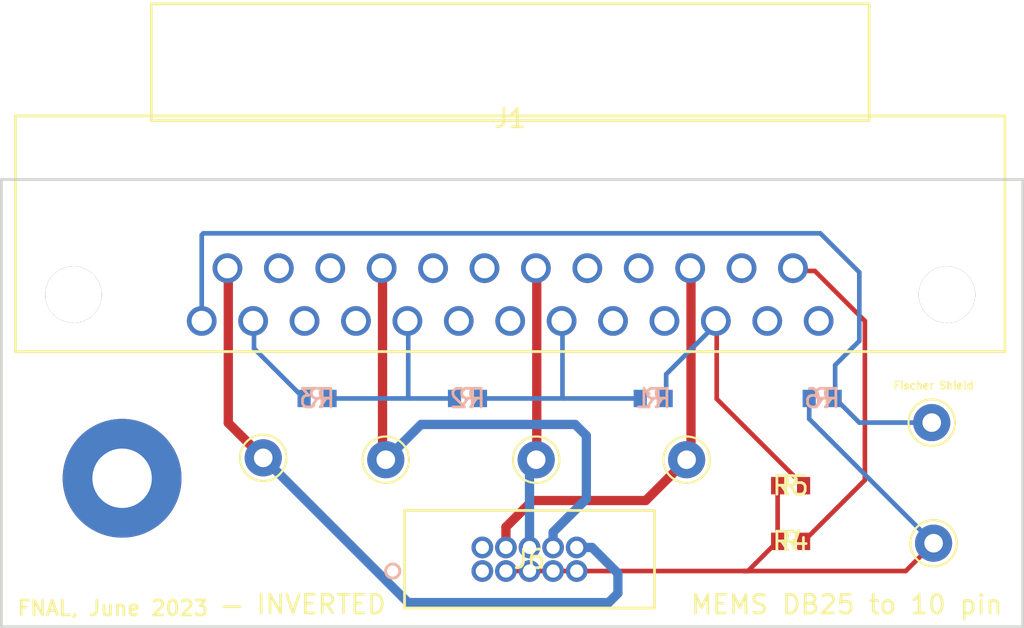
<source format=kicad_pcb>
(kicad_pcb (version 20171130) (host pcbnew "(5.1.10-1-10_14)")

  (general
    (thickness 1.6)
    (drawings 7)
    (tracks 64)
    (zones 0)
    (modules 15)
    (nets 12)
  )

  (page A4)
  (layers
    (0 F.Cu signal)
    (31 B.Cu signal)
    (32 B.Adhes user)
    (33 F.Adhes user)
    (34 B.Paste user)
    (35 F.Paste user)
    (36 B.SilkS user)
    (37 F.SilkS user)
    (38 B.Mask user)
    (39 F.Mask user)
    (40 Dwgs.User user)
    (41 Cmts.User user hide)
    (42 Eco1.User user)
    (43 Eco2.User user)
    (44 Edge.Cuts user)
    (45 Margin user)
    (46 B.CrtYd user)
    (47 F.CrtYd user)
    (48 B.Fab user)
    (49 F.Fab user)
  )

  (setup
    (last_trace_width 0.25)
    (trace_clearance 0.2)
    (zone_clearance 0.508)
    (zone_45_only no)
    (trace_min 0.2)
    (via_size 0.8)
    (via_drill 0.4)
    (via_min_size 0.4)
    (via_min_drill 0.3)
    (uvia_size 0.3)
    (uvia_drill 0.1)
    (uvias_allowed no)
    (uvia_min_size 0.2)
    (uvia_min_drill 0.1)
    (edge_width 0.05)
    (segment_width 0.2)
    (pcb_text_width 0.3)
    (pcb_text_size 1.5 1.5)
    (mod_edge_width 0.12)
    (mod_text_size 1 1)
    (mod_text_width 0.15)
    (pad_size 1.524 1.524)
    (pad_drill 0.762)
    (pad_to_mask_clearance 0)
    (aux_axis_origin 0 0)
    (visible_elements FFFFFF7F)
    (pcbplotparams
      (layerselection 0x010fc_ffffffff)
      (usegerberextensions false)
      (usegerberattributes true)
      (usegerberadvancedattributes true)
      (creategerberjobfile true)
      (excludeedgelayer true)
      (linewidth 0.100000)
      (plotframeref false)
      (viasonmask false)
      (mode 1)
      (useauxorigin false)
      (hpglpennumber 1)
      (hpglpenspeed 20)
      (hpglpendiameter 15.000000)
      (psnegative false)
      (psa4output false)
      (plotreference true)
      (plotvalue true)
      (plotinvisibletext false)
      (padsonsilk false)
      (subtractmaskfromsilk false)
      (outputformat 1)
      (mirror false)
      (drillshape 1)
      (scaleselection 1)
      (outputdirectory ""))
  )

  (net 0 "")
  (net 1 "Net-(J1-Pad14)")
  (net 2 "Net-(J1-Pad25)")
  (net 3 "Net-(J1-Pad23)")
  (net 4 "Net-(J1-Pad20)")
  (net 5 "Net-(J1-Pad17)")
  (net 6 "Net-(J1-Pad11)")
  (net 7 "Net-(J1-Pad8)")
  (net 8 "Net-(J1-Pad5)")
  (net 9 "Net-(J1-Pad2)")
  (net 10 "Net-(J1-Pad1)")
  (net 11 "Net-(J6-Pad3)")

  (net_class Default "This is the default net class."
    (clearance 0.2)
    (trace_width 0.25)
    (via_dia 0.8)
    (via_drill 0.4)
    (uvia_dia 0.3)
    (uvia_drill 0.1)
    (add_net "Net-(J1-Pad1)")
    (add_net "Net-(J1-Pad11)")
    (add_net "Net-(J1-Pad14)")
    (add_net "Net-(J1-Pad17)")
    (add_net "Net-(J1-Pad2)")
    (add_net "Net-(J1-Pad20)")
    (add_net "Net-(J1-Pad23)")
    (add_net "Net-(J1-Pad25)")
    (add_net "Net-(J1-Pad5)")
    (add_net "Net-(J1-Pad8)")
    (add_net "Net-(J6-Pad3)")
  )

  (module digikey_resistor_RMCF0603ZT0R00:digikey_resistor_RMCF0603ZT0R00 (layer B.Cu) (tedit 0) (tstamp 649AF00F)
    (at 175.2 90.7 180)
    (path /649AC217)
    (fp_text reference R6 (at 0 0) (layer B.SilkS)
      (effects (font (size 1 1) (thickness 0.15)) (justify mirror))
    )
    (fp_text value R (at 0 0) (layer B.SilkS)
      (effects (font (size 1 1) (thickness 0.15)) (justify mirror))
    )
    (fp_line (start -1.3081 -0.7239) (end -1.3081 0.7239) (layer B.CrtYd) (width 0.1524))
    (fp_line (start -1.3081 0.7239) (end 1.3081 0.7239) (layer B.CrtYd) (width 0.1524))
    (fp_line (start 1.3081 0.7239) (end 1.3081 -0.7239) (layer B.CrtYd) (width 0.1524))
    (fp_line (start 1.3081 -0.7239) (end -1.3081 -0.7239) (layer B.CrtYd) (width 0.1524))
    (fp_line (start -0.3429 -0.4699) (end -0.3429 0.4699) (layer B.Fab) (width 0.1524))
    (fp_line (start -0.3429 0.4699) (end -0.8509 0.4699) (layer B.Fab) (width 0.1524))
    (fp_line (start -0.8509 0.4699) (end -0.8509 -0.4699) (layer B.Fab) (width 0.1524))
    (fp_line (start -0.8509 -0.4699) (end -0.3429 -0.4699) (layer B.Fab) (width 0.1524))
    (fp_line (start 0.3429 0.4699) (end 0.3429 -0.4699) (layer B.Fab) (width 0.1524))
    (fp_line (start 0.3429 -0.4699) (end 0.8509 -0.4699) (layer B.Fab) (width 0.1524))
    (fp_line (start 0.8509 -0.4699) (end 0.8509 0.4699) (layer B.Fab) (width 0.1524))
    (fp_line (start 0.8509 0.4699) (end 0.3429 0.4699) (layer B.Fab) (width 0.1524))
    (fp_line (start -0.8509 -0.4699) (end 0.8509 -0.4699) (layer B.Fab) (width 0.1524))
    (fp_line (start 0.8509 -0.4699) (end 0.8509 0.4699) (layer B.Fab) (width 0.1524))
    (fp_line (start 0.8509 0.4699) (end -0.8509 0.4699) (layer B.Fab) (width 0.1524))
    (fp_line (start -0.8509 0.4699) (end -0.8509 -0.4699) (layer B.Fab) (width 0.1524))
    (fp_text user 0.027in/0.686mm (at 0 -3.5179) (layer Cmts.User)
      (effects (font (size 1 1) (thickness 0.15)))
    )
    (fp_text user 0.083in/2.108mm (at 0 3.5179) (layer Cmts.User)
      (effects (font (size 1 1) (thickness 0.15)))
    )
    (fp_text user 0.037in/0.94mm (at 3.8989 0) (layer Cmts.User)
      (effects (font (size 1 1) (thickness 0.15)))
    )
    (fp_text user "Copyright 2016 Accelerated Designs. All rights reserved." (at 0 0) (layer Cmts.User)
      (effects (font (size 0.127 0.127) (thickness 0.002)))
    )
    (pad 2 smd rect (at 0.6985 0 180) (size 0.7112 0.9398) (layers B.Cu B.Paste B.Mask)
      (net 11 "Net-(J6-Pad3)"))
    (pad 1 smd rect (at -0.6985 0 180) (size 0.7112 0.9398) (layers B.Cu B.Paste B.Mask)
      (net 10 "Net-(J1-Pad1)"))
  )

  (module Connector_Pin:Pin_D1.0mm_L10.0mm (layer F.Cu) (tedit 5A1DC084) (tstamp 649AB163)
    (at 181.1 92)
    (descr "solder Pin_ diameter 1.0mm, hole diameter 1.0mm (press fit), length 10.0mm")
    (tags "solder Pin_ press fit")
    (path /649B3132)
    (fp_text reference J8 (at 0 2.25) (layer Cmts.User)
      (effects (font (size 1 1) (thickness 0.15)))
    )
    (fp_text value "Fischer Shield" (at 0.1 -2) (layer F.SilkS)
      (effects (font (size 0.4 0.4) (thickness 0.1)))
    )
    (fp_circle (center 0 0) (end 1.5 0) (layer F.CrtYd) (width 0.05))
    (fp_circle (center 0 0) (end 0.5 0) (layer F.Fab) (width 0.12))
    (fp_circle (center 0 0) (end 1 0) (layer F.Fab) (width 0.12))
    (fp_circle (center 0 0) (end 1.25 0.05) (layer F.SilkS) (width 0.12))
    (fp_text user %R (at 0 2.25) (layer Cmts.User)
      (effects (font (size 1 1) (thickness 0.15)))
    )
    (pad 1 thru_hole circle (at 0 0) (size 2 2) (drill 1) (layers *.Cu *.Mask)
      (net 10 "Net-(J1-Pad1)"))
    (model ${KICAD6_3DMODEL_DIR}/Connector_Pin.3dshapes/Pin_D1.0mm_L10.0mm.wrl
      (at (xyz 0 0 0))
      (scale (xyz 1 1 1))
      (rotate (xyz 0 0 0))
    )
  )

  (module digikey_resistor_RMCF0603ZT0R00:digikey_resistor_RMCF0603ZT0R00 (layer F.Cu) (tedit 0) (tstamp 648A62F6)
    (at 173.5 95.4)
    (path /6489BB87)
    (fp_text reference R5 (at 0 0) (layer F.SilkS)
      (effects (font (size 1 1) (thickness 0.15)))
    )
    (fp_text value R (at 0 0) (layer F.SilkS)
      (effects (font (size 1 1) (thickness 0.15)))
    )
    (fp_line (start -1.3081 0.7239) (end -1.3081 -0.7239) (layer F.CrtYd) (width 0.1524))
    (fp_line (start -1.3081 -0.7239) (end 1.3081 -0.7239) (layer F.CrtYd) (width 0.1524))
    (fp_line (start 1.3081 -0.7239) (end 1.3081 0.7239) (layer F.CrtYd) (width 0.1524))
    (fp_line (start 1.3081 0.7239) (end -1.3081 0.7239) (layer F.CrtYd) (width 0.1524))
    (fp_line (start -0.3429 0.4699) (end -0.3429 -0.4699) (layer F.Fab) (width 0.1524))
    (fp_line (start -0.3429 -0.4699) (end -0.8509 -0.4699) (layer F.Fab) (width 0.1524))
    (fp_line (start -0.8509 -0.4699) (end -0.8509 0.4699) (layer F.Fab) (width 0.1524))
    (fp_line (start -0.8509 0.4699) (end -0.3429 0.4699) (layer F.Fab) (width 0.1524))
    (fp_line (start 0.3429 -0.4699) (end 0.3429 0.4699) (layer F.Fab) (width 0.1524))
    (fp_line (start 0.3429 0.4699) (end 0.8509 0.4699) (layer F.Fab) (width 0.1524))
    (fp_line (start 0.8509 0.4699) (end 0.8509 -0.4699) (layer F.Fab) (width 0.1524))
    (fp_line (start 0.8509 -0.4699) (end 0.3429 -0.4699) (layer F.Fab) (width 0.1524))
    (fp_line (start -0.8509 0.4699) (end 0.8509 0.4699) (layer F.Fab) (width 0.1524))
    (fp_line (start 0.8509 0.4699) (end 0.8509 -0.4699) (layer F.Fab) (width 0.1524))
    (fp_line (start 0.8509 -0.4699) (end -0.8509 -0.4699) (layer F.Fab) (width 0.1524))
    (fp_line (start -0.8509 -0.4699) (end -0.8509 0.4699) (layer F.Fab) (width 0.1524))
    (fp_text user 0.027in/0.686mm (at 0 3.5179) (layer Cmts.User)
      (effects (font (size 1 1) (thickness 0.15)))
    )
    (fp_text user 0.083in/2.108mm (at 0 -3.5179) (layer Cmts.User)
      (effects (font (size 1 1) (thickness 0.15)))
    )
    (fp_text user 0.037in/0.94mm (at 3.8989 0) (layer Cmts.User)
      (effects (font (size 1 1) (thickness 0.15)))
    )
    (fp_text user "Copyright 2016 Accelerated Designs. All rights reserved." (at 0 0) (layer Cmts.User)
      (effects (font (size 0.127 0.127) (thickness 0.002)))
    )
    (pad 2 smd rect (at 0.6985 0) (size 0.7112 0.9398) (layers F.Cu F.Paste F.Mask)
      (net 6 "Net-(J1-Pad11)"))
    (pad 1 smd rect (at -0.6985 0) (size 0.7112 0.9398) (layers F.Cu F.Paste F.Mask)
      (net 11 "Net-(J6-Pad3)"))
  )

  (module digikey_resistor_RMCF0603ZT0R00:digikey_resistor_RMCF0603ZT0R00 (layer F.Cu) (tedit 0) (tstamp 648A62DC)
    (at 173.5 98.4)
    (path /6489DA62)
    (fp_text reference R4 (at 0 0) (layer F.SilkS)
      (effects (font (size 1 1) (thickness 0.15)))
    )
    (fp_text value R (at 0 0) (layer F.SilkS)
      (effects (font (size 1 1) (thickness 0.15)))
    )
    (fp_line (start -1.3081 0.7239) (end -1.3081 -0.7239) (layer F.CrtYd) (width 0.1524))
    (fp_line (start -1.3081 -0.7239) (end 1.3081 -0.7239) (layer F.CrtYd) (width 0.1524))
    (fp_line (start 1.3081 -0.7239) (end 1.3081 0.7239) (layer F.CrtYd) (width 0.1524))
    (fp_line (start 1.3081 0.7239) (end -1.3081 0.7239) (layer F.CrtYd) (width 0.1524))
    (fp_line (start -0.3429 0.4699) (end -0.3429 -0.4699) (layer F.Fab) (width 0.1524))
    (fp_line (start -0.3429 -0.4699) (end -0.8509 -0.4699) (layer F.Fab) (width 0.1524))
    (fp_line (start -0.8509 -0.4699) (end -0.8509 0.4699) (layer F.Fab) (width 0.1524))
    (fp_line (start -0.8509 0.4699) (end -0.3429 0.4699) (layer F.Fab) (width 0.1524))
    (fp_line (start 0.3429 -0.4699) (end 0.3429 0.4699) (layer F.Fab) (width 0.1524))
    (fp_line (start 0.3429 0.4699) (end 0.8509 0.4699) (layer F.Fab) (width 0.1524))
    (fp_line (start 0.8509 0.4699) (end 0.8509 -0.4699) (layer F.Fab) (width 0.1524))
    (fp_line (start 0.8509 -0.4699) (end 0.3429 -0.4699) (layer F.Fab) (width 0.1524))
    (fp_line (start -0.8509 0.4699) (end 0.8509 0.4699) (layer F.Fab) (width 0.1524))
    (fp_line (start 0.8509 0.4699) (end 0.8509 -0.4699) (layer F.Fab) (width 0.1524))
    (fp_line (start 0.8509 -0.4699) (end -0.8509 -0.4699) (layer F.Fab) (width 0.1524))
    (fp_line (start -0.8509 -0.4699) (end -0.8509 0.4699) (layer F.Fab) (width 0.1524))
    (fp_text user 0.027in/0.686mm (at 0 3.5179) (layer Cmts.User)
      (effects (font (size 1 1) (thickness 0.15)))
    )
    (fp_text user 0.083in/2.108mm (at 0 -3.5179) (layer Cmts.User)
      (effects (font (size 1 1) (thickness 0.15)))
    )
    (fp_text user 0.037in/0.94mm (at 3.8989 0) (layer Cmts.User)
      (effects (font (size 1 1) (thickness 0.15)))
    )
    (fp_text user "Copyright 2016 Accelerated Designs. All rights reserved." (at 0 0) (layer Cmts.User)
      (effects (font (size 0.127 0.127) (thickness 0.002)))
    )
    (pad 2 smd rect (at 0.6985 0) (size 0.7112 0.9398) (layers F.Cu F.Paste F.Mask)
      (net 2 "Net-(J1-Pad25)"))
    (pad 1 smd rect (at -0.6985 0) (size 0.7112 0.9398) (layers F.Cu F.Paste F.Mask)
      (net 11 "Net-(J6-Pad3)"))
  )

  (module digikey_resistor_RMCF0603ZT0R00:digikey_resistor_RMCF0603ZT0R00 (layer B.Cu) (tedit 0) (tstamp 648A62C2)
    (at 148 90.7 180)
    (path /64892182)
    (fp_text reference R3 (at 0 0) (layer B.SilkS)
      (effects (font (size 1 1) (thickness 0.15)) (justify mirror))
    )
    (fp_text value R (at 0 0) (layer B.SilkS)
      (effects (font (size 1 1) (thickness 0.15)) (justify mirror))
    )
    (fp_line (start -1.3081 -0.7239) (end -1.3081 0.7239) (layer B.CrtYd) (width 0.1524))
    (fp_line (start -1.3081 0.7239) (end 1.3081 0.7239) (layer B.CrtYd) (width 0.1524))
    (fp_line (start 1.3081 0.7239) (end 1.3081 -0.7239) (layer B.CrtYd) (width 0.1524))
    (fp_line (start 1.3081 -0.7239) (end -1.3081 -0.7239) (layer B.CrtYd) (width 0.1524))
    (fp_line (start -0.3429 -0.4699) (end -0.3429 0.4699) (layer B.Fab) (width 0.1524))
    (fp_line (start -0.3429 0.4699) (end -0.8509 0.4699) (layer B.Fab) (width 0.1524))
    (fp_line (start -0.8509 0.4699) (end -0.8509 -0.4699) (layer B.Fab) (width 0.1524))
    (fp_line (start -0.8509 -0.4699) (end -0.3429 -0.4699) (layer B.Fab) (width 0.1524))
    (fp_line (start 0.3429 0.4699) (end 0.3429 -0.4699) (layer B.Fab) (width 0.1524))
    (fp_line (start 0.3429 -0.4699) (end 0.8509 -0.4699) (layer B.Fab) (width 0.1524))
    (fp_line (start 0.8509 -0.4699) (end 0.8509 0.4699) (layer B.Fab) (width 0.1524))
    (fp_line (start 0.8509 0.4699) (end 0.3429 0.4699) (layer B.Fab) (width 0.1524))
    (fp_line (start -0.8509 -0.4699) (end 0.8509 -0.4699) (layer B.Fab) (width 0.1524))
    (fp_line (start 0.8509 -0.4699) (end 0.8509 0.4699) (layer B.Fab) (width 0.1524))
    (fp_line (start 0.8509 0.4699) (end -0.8509 0.4699) (layer B.Fab) (width 0.1524))
    (fp_line (start -0.8509 0.4699) (end -0.8509 -0.4699) (layer B.Fab) (width 0.1524))
    (fp_text user 0.027in/0.686mm (at 0 -3.5179) (layer Cmts.User)
      (effects (font (size 1 1) (thickness 0.15)))
    )
    (fp_text user 0.083in/2.108mm (at 0 3.5179) (layer Cmts.User)
      (effects (font (size 1 1) (thickness 0.15)))
    )
    (fp_text user 0.037in/0.94mm (at 3.8989 0) (layer Cmts.User)
      (effects (font (size 1 1) (thickness 0.15)))
    )
    (fp_text user "Copyright 2016 Accelerated Designs. All rights reserved." (at 0 0) (layer Cmts.User)
      (effects (font (size 0.127 0.127) (thickness 0.002)))
    )
    (pad 2 smd rect (at 0.6985 0 180) (size 0.7112 0.9398) (layers B.Cu B.Paste B.Mask)
      (net 9 "Net-(J1-Pad2)"))
    (pad 1 smd rect (at -0.6985 0 180) (size 0.7112 0.9398) (layers B.Cu B.Paste B.Mask)
      (net 8 "Net-(J1-Pad5)"))
  )

  (module digikey_resistor_RMCF0603ZT0R00:digikey_resistor_RMCF0603ZT0R00 (layer B.Cu) (tedit 0) (tstamp 648A6E57)
    (at 156.1 90.7 180)
    (path /64891C1F)
    (fp_text reference R2 (at 0 0) (layer B.SilkS)
      (effects (font (size 1 1) (thickness 0.15)) (justify mirror))
    )
    (fp_text value R (at 0 0) (layer B.SilkS)
      (effects (font (size 1 1) (thickness 0.15)) (justify mirror))
    )
    (fp_line (start -1.3081 -0.7239) (end -1.3081 0.7239) (layer B.CrtYd) (width 0.1524))
    (fp_line (start -1.3081 0.7239) (end 1.3081 0.7239) (layer B.CrtYd) (width 0.1524))
    (fp_line (start 1.3081 0.7239) (end 1.3081 -0.7239) (layer B.CrtYd) (width 0.1524))
    (fp_line (start 1.3081 -0.7239) (end -1.3081 -0.7239) (layer B.CrtYd) (width 0.1524))
    (fp_line (start -0.3429 -0.4699) (end -0.3429 0.4699) (layer B.Fab) (width 0.1524))
    (fp_line (start -0.3429 0.4699) (end -0.8509 0.4699) (layer B.Fab) (width 0.1524))
    (fp_line (start -0.8509 0.4699) (end -0.8509 -0.4699) (layer B.Fab) (width 0.1524))
    (fp_line (start -0.8509 -0.4699) (end -0.3429 -0.4699) (layer B.Fab) (width 0.1524))
    (fp_line (start 0.3429 0.4699) (end 0.3429 -0.4699) (layer B.Fab) (width 0.1524))
    (fp_line (start 0.3429 -0.4699) (end 0.8509 -0.4699) (layer B.Fab) (width 0.1524))
    (fp_line (start 0.8509 -0.4699) (end 0.8509 0.4699) (layer B.Fab) (width 0.1524))
    (fp_line (start 0.8509 0.4699) (end 0.3429 0.4699) (layer B.Fab) (width 0.1524))
    (fp_line (start -0.8509 -0.4699) (end 0.8509 -0.4699) (layer B.Fab) (width 0.1524))
    (fp_line (start 0.8509 -0.4699) (end 0.8509 0.4699) (layer B.Fab) (width 0.1524))
    (fp_line (start 0.8509 0.4699) (end -0.8509 0.4699) (layer B.Fab) (width 0.1524))
    (fp_line (start -0.8509 0.4699) (end -0.8509 -0.4699) (layer B.Fab) (width 0.1524))
    (fp_text user 0.027in/0.686mm (at 0 -3.5179) (layer Cmts.User)
      (effects (font (size 1 1) (thickness 0.15)))
    )
    (fp_text user 0.083in/2.108mm (at 0 3.5179) (layer Cmts.User)
      (effects (font (size 1 1) (thickness 0.15)))
    )
    (fp_text user 0.037in/0.94mm (at 3.8989 0) (layer Cmts.User)
      (effects (font (size 1 1) (thickness 0.15)))
    )
    (fp_text user "Copyright 2016 Accelerated Designs. All rights reserved." (at 0 0) (layer Cmts.User)
      (effects (font (size 0.127 0.127) (thickness 0.002)))
    )
    (pad 2 smd rect (at 0.6985 0 180) (size 0.7112 0.9398) (layers B.Cu B.Paste B.Mask)
      (net 8 "Net-(J1-Pad5)"))
    (pad 1 smd rect (at -0.6985 0 180) (size 0.7112 0.9398) (layers B.Cu B.Paste B.Mask)
      (net 7 "Net-(J1-Pad8)"))
  )

  (module digikey_resistor_RMCF0603ZT0R00:digikey_resistor_RMCF0603ZT0R00 (layer B.Cu) (tedit 0) (tstamp 648A628E)
    (at 166.1 90.7)
    (path /648908F4)
    (fp_text reference R1 (at 0 0) (layer B.SilkS)
      (effects (font (size 1 1) (thickness 0.15)) (justify mirror))
    )
    (fp_text value R (at 0 0) (layer B.SilkS)
      (effects (font (size 1 1) (thickness 0.15)) (justify mirror))
    )
    (fp_line (start -1.3081 -0.7239) (end -1.3081 0.7239) (layer B.CrtYd) (width 0.1524))
    (fp_line (start -1.3081 0.7239) (end 1.3081 0.7239) (layer B.CrtYd) (width 0.1524))
    (fp_line (start 1.3081 0.7239) (end 1.3081 -0.7239) (layer B.CrtYd) (width 0.1524))
    (fp_line (start 1.3081 -0.7239) (end -1.3081 -0.7239) (layer B.CrtYd) (width 0.1524))
    (fp_line (start -0.3429 -0.4699) (end -0.3429 0.4699) (layer B.Fab) (width 0.1524))
    (fp_line (start -0.3429 0.4699) (end -0.8509 0.4699) (layer B.Fab) (width 0.1524))
    (fp_line (start -0.8509 0.4699) (end -0.8509 -0.4699) (layer B.Fab) (width 0.1524))
    (fp_line (start -0.8509 -0.4699) (end -0.3429 -0.4699) (layer B.Fab) (width 0.1524))
    (fp_line (start 0.3429 0.4699) (end 0.3429 -0.4699) (layer B.Fab) (width 0.1524))
    (fp_line (start 0.3429 -0.4699) (end 0.8509 -0.4699) (layer B.Fab) (width 0.1524))
    (fp_line (start 0.8509 -0.4699) (end 0.8509 0.4699) (layer B.Fab) (width 0.1524))
    (fp_line (start 0.8509 0.4699) (end 0.3429 0.4699) (layer B.Fab) (width 0.1524))
    (fp_line (start -0.8509 -0.4699) (end 0.8509 -0.4699) (layer B.Fab) (width 0.1524))
    (fp_line (start 0.8509 -0.4699) (end 0.8509 0.4699) (layer B.Fab) (width 0.1524))
    (fp_line (start 0.8509 0.4699) (end -0.8509 0.4699) (layer B.Fab) (width 0.1524))
    (fp_line (start -0.8509 0.4699) (end -0.8509 -0.4699) (layer B.Fab) (width 0.1524))
    (fp_text user 0.027in/0.686mm (at 0 -3.5179) (layer Cmts.User)
      (effects (font (size 1 1) (thickness 0.15)))
    )
    (fp_text user 0.083in/2.108mm (at 0 3.5179) (layer Cmts.User)
      (effects (font (size 1 1) (thickness 0.15)))
    )
    (fp_text user 0.037in/0.94mm (at 3.8989 0) (layer Cmts.User)
      (effects (font (size 1 1) (thickness 0.15)))
    )
    (fp_text user "Copyright 2016 Accelerated Designs. All rights reserved." (at 0 0) (layer Cmts.User)
      (effects (font (size 0.127 0.127) (thickness 0.002)))
    )
    (pad 2 smd rect (at 0.6985 0) (size 0.7112 0.9398) (layers B.Cu B.Paste B.Mask)
      (net 6 "Net-(J1-Pad11)"))
    (pad 1 smd rect (at -0.6985 0) (size 0.7112 0.9398) (layers B.Cu B.Paste B.Mask)
      (net 7 "Net-(J1-Pad8)"))
  )

  (module Connector_Pin:Pin_D1.0mm_L10.0mm (layer F.Cu) (tedit 5A1DC084) (tstamp 648A6274)
    (at 181.2 98.5)
    (descr "solder Pin_ diameter 1.0mm, hole diameter 1.0mm (press fit), length 10.0mm")
    (tags "solder Pin_ press fit")
    (path /648973B6)
    (fp_text reference J7 (at 0 2.25) (layer Cmts.User)
      (effects (font (size 1 1) (thickness 0.15)))
    )
    (fp_text value GND (at 0 -2.05) (layer F.Fab)
      (effects (font (size 1 1) (thickness 0.15)))
    )
    (fp_circle (center 0 0) (end 1.5 0) (layer F.CrtYd) (width 0.05))
    (fp_circle (center 0 0) (end 0.5 0) (layer F.Fab) (width 0.12))
    (fp_circle (center 0 0) (end 1 0) (layer F.Fab) (width 0.12))
    (fp_circle (center 0 0) (end 1.25 0.05) (layer F.SilkS) (width 0.12))
    (fp_text user %R (at 0 2.25) (layer Cmts.User)
      (effects (font (size 1 1) (thickness 0.15)))
    )
    (pad 1 thru_hole circle (at 0 0) (size 2 2) (drill 1) (layers *.Cu *.Mask)
      (net 11 "Net-(J6-Pad3)"))
    (model ${KICAD6_3DMODEL_DIR}/Connector_Pin.3dshapes/Pin_D1.0mm_L10.0mm.wrl
      (at (xyz 0 0 0))
      (scale (xyz 1 1 1))
      (rotate (xyz 0 0 0))
    )
  )

  (module digikey_10pin_1175-1627-ND:digikey_10pin_1175-1627-ND (layer F.Cu) (tedit 0) (tstamp 648A626A)
    (at 156.9 100)
    (path /64882BF5)
    (fp_text reference J6 (at 2.54 -0.635) (layer F.SilkS)
      (effects (font (size 1 1) (thickness 0.15)))
    )
    (fp_text value 3220-10-0100-00 (at 2.54 -0.635) (layer Cmts.User)
      (effects (font (size 1 1) (thickness 0.15)))
    )
    (fp_circle (center 0 1.905) (end 0.381 1.905) (layer F.Fab) (width 0.1524))
    (fp_circle (center -4.826 0) (end -4.445 0) (layer B.SilkS) (width 0.1524))
    (fp_circle (center -4.826 0) (end -4.445 0) (layer F.SilkS) (width 0.1524))
    (fp_line (start -4.064 -3.1369) (end -4.064 1.8669) (layer F.Fab) (width 0.1524))
    (fp_line (start 9.144 -3.1369) (end -4.064 -3.1369) (layer F.Fab) (width 0.1524))
    (fp_line (start 9.144 1.8669) (end 9.144 -3.1369) (layer F.Fab) (width 0.1524))
    (fp_line (start -4.064 1.8669) (end 9.144 1.8669) (layer F.Fab) (width 0.1524))
    (fp_line (start -4.191 -3.2639) (end -4.191 1.9939) (layer F.SilkS) (width 0.1524))
    (fp_line (start 9.271 -3.2639) (end -4.191 -3.2639) (layer F.SilkS) (width 0.1524))
    (fp_line (start 9.271 1.9939) (end 9.271 -3.2639) (layer F.SilkS) (width 0.1524))
    (fp_line (start -4.191 1.9939) (end 9.271 1.9939) (layer F.SilkS) (width 0.1524))
    (fp_line (start 9.398 -3.3909) (end -4.318 -3.3909) (layer F.CrtYd) (width 0.1524))
    (fp_line (start 9.398 2.1209) (end 9.398 -3.3909) (layer F.CrtYd) (width 0.1524))
    (fp_line (start -4.318 2.1209) (end 9.398 2.1209) (layer F.CrtYd) (width 0.1524))
    (fp_line (start -4.318 -3.3909) (end -4.318 2.1209) (layer F.CrtYd) (width 0.1524))
    (fp_text user "Copyright 2016 Accelerated Designs. All rights reserved." (at 0 0) (layer Cmts.User)
      (effects (font (size 0.127 0.127) (thickness 0.002)))
    )
    (pad 1 thru_hole circle (at 0 0) (size 1.1684 1.1684) (drill 0.7112) (layers *.Cu *.Mask))
    (pad 2 thru_hole circle (at 0 -1.27) (size 1.1684 1.1684) (drill 0.7112) (layers *.Cu *.Mask))
    (pad 3 thru_hole circle (at 1.27 0) (size 1.1684 1.1684) (drill 0.7112) (layers *.Cu *.Mask)
      (net 11 "Net-(J6-Pad3)"))
    (pad 4 thru_hole circle (at 1.27 -1.27) (size 1.1684 1.1684) (drill 0.7112) (layers *.Cu *.Mask)
      (net 3 "Net-(J1-Pad23)"))
    (pad 5 thru_hole circle (at 2.54 0) (size 1.1684 1.1684) (drill 0.7112) (layers *.Cu *.Mask)
      (net 11 "Net-(J6-Pad3)"))
    (pad 6 thru_hole circle (at 2.54 -1.27) (size 1.1684 1.1684) (drill 0.7112) (layers *.Cu *.Mask)
      (net 4 "Net-(J1-Pad20)"))
    (pad 7 thru_hole circle (at 3.81 0) (size 1.1684 1.1684) (drill 0.7112) (layers *.Cu *.Mask)
      (net 11 "Net-(J6-Pad3)"))
    (pad 8 thru_hole circle (at 3.81 -1.27) (size 1.1684 1.1684) (drill 0.7112) (layers *.Cu *.Mask)
      (net 5 "Net-(J1-Pad17)"))
    (pad 9 thru_hole circle (at 5.08 0) (size 1.1684 1.1684) (drill 0.7112) (layers *.Cu *.Mask)
      (net 11 "Net-(J6-Pad3)"))
    (pad 10 thru_hole circle (at 5.08 -1.27) (size 1.1684 1.1684) (drill 0.7112) (layers *.Cu *.Mask)
      (net 1 "Net-(J1-Pad14)"))
  )

  (module Connector_Pin:Pin_D1.0mm_L10.0mm (layer F.Cu) (tedit 5A1DC084) (tstamp 648A624C)
    (at 167.9 94)
    (descr "solder Pin_ diameter 1.0mm, hole diameter 1.0mm (press fit), length 10.0mm")
    (tags "solder Pin_ press fit")
    (path /6487AE98)
    (fp_text reference J5 (at 0 2.25) (layer Cmts.User)
      (effects (font (size 1 1) (thickness 0.15)))
    )
    (fp_text value Y+ (at 0 -2.05) (layer F.Fab)
      (effects (font (size 1 1) (thickness 0.15)))
    )
    (fp_circle (center 0 0) (end 1.5 0) (layer F.CrtYd) (width 0.05))
    (fp_circle (center 0 0) (end 0.5 0) (layer F.Fab) (width 0.12))
    (fp_circle (center 0 0) (end 1 0) (layer F.Fab) (width 0.12))
    (fp_circle (center 0 0) (end 1.25 0.05) (layer F.SilkS) (width 0.12))
    (fp_text user %R (at 0 2.25) (layer F.Fab)
      (effects (font (size 1 1) (thickness 0.15)))
    )
    (pad 1 thru_hole circle (at 0 0) (size 2 2) (drill 1) (layers *.Cu *.Mask)
      (net 3 "Net-(J1-Pad23)"))
    (model ${KICAD6_3DMODEL_DIR}/Connector_Pin.3dshapes/Pin_D1.0mm_L10.0mm.wrl
      (at (xyz 0 0 0))
      (scale (xyz 1 1 1))
      (rotate (xyz 0 0 0))
    )
  )

  (module Connector_Pin:Pin_D1.0mm_L10.0mm (layer F.Cu) (tedit 5A1DC084) (tstamp 648A6242)
    (at 159.8 94)
    (descr "solder Pin_ diameter 1.0mm, hole diameter 1.0mm (press fit), length 10.0mm")
    (tags "solder Pin_ press fit")
    (path /6487A76A)
    (fp_text reference J4 (at 0 2.25) (layer Cmts.User)
      (effects (font (size 1 1) (thickness 0.15)))
    )
    (fp_text value Y- (at 0 -2.05) (layer F.Fab)
      (effects (font (size 1 1) (thickness 0.15)))
    )
    (fp_circle (center 0 0) (end 1.5 0) (layer F.CrtYd) (width 0.05))
    (fp_circle (center 0 0) (end 0.5 0) (layer F.Fab) (width 0.12))
    (fp_circle (center 0 0) (end 1 0) (layer F.Fab) (width 0.12))
    (fp_circle (center 0 0) (end 1.25 0.05) (layer F.SilkS) (width 0.12))
    (fp_text user %R (at 0 2.25) (layer Cmts.User)
      (effects (font (size 1 1) (thickness 0.15)))
    )
    (pad 1 thru_hole circle (at 0 0) (size 2 2) (drill 1) (layers *.Cu *.Mask)
      (net 4 "Net-(J1-Pad20)"))
    (model ${KICAD6_3DMODEL_DIR}/Connector_Pin.3dshapes/Pin_D1.0mm_L10.0mm.wrl
      (at (xyz 0 0 0))
      (scale (xyz 1 1 1))
      (rotate (xyz 0 0 0))
    )
  )

  (module Connector_Pin:Pin_D1.0mm_L10.0mm (layer F.Cu) (tedit 5A1DC084) (tstamp 648A6238)
    (at 151.7 94)
    (descr "solder Pin_ diameter 1.0mm, hole diameter 1.0mm (press fit), length 10.0mm")
    (tags "solder Pin_ press fit")
    (path /64879E9B)
    (fp_text reference J3 (at 0 2.25) (layer Cmts.User)
      (effects (font (size 1 1) (thickness 0.15)))
    )
    (fp_text value X- (at 0 -2.05) (layer F.Fab)
      (effects (font (size 1 1) (thickness 0.15)))
    )
    (fp_circle (center 0 0) (end 1.5 0) (layer F.CrtYd) (width 0.05))
    (fp_circle (center 0 0) (end 0.5 0) (layer F.Fab) (width 0.12))
    (fp_circle (center 0 0) (end 1 0) (layer F.Fab) (width 0.12))
    (fp_circle (center 0 0) (end 1.25 0.05) (layer F.SilkS) (width 0.12))
    (fp_text user %R (at 0 2.25) (layer Cmts.User)
      (effects (font (size 1 1) (thickness 0.15)))
    )
    (pad 1 thru_hole circle (at 0 0) (size 2 2) (drill 1) (layers *.Cu *.Mask)
      (net 5 "Net-(J1-Pad17)"))
    (model ${KICAD6_3DMODEL_DIR}/Connector_Pin.3dshapes/Pin_D1.0mm_L10.0mm.wrl
      (at (xyz 0 0 0))
      (scale (xyz 1 1 1))
      (rotate (xyz 0 0 0))
    )
  )

  (module Connector_Pin:Pin_D1.0mm_L10.0mm (layer F.Cu) (tedit 5A1DC084) (tstamp 648A622E)
    (at 145.1 93.9)
    (descr "solder Pin_ diameter 1.0mm, hole diameter 1.0mm (press fit), length 10.0mm")
    (tags "solder Pin_ press fit")
    (path /64878A0C)
    (fp_text reference J2 (at 0 2.25) (layer Cmts.User)
      (effects (font (size 1 1) (thickness 0.15)))
    )
    (fp_text value X+ (at 0 -2.05) (layer F.Fab)
      (effects (font (size 1 1) (thickness 0.15)))
    )
    (fp_circle (center 0 0) (end 1.5 0) (layer F.CrtYd) (width 0.05))
    (fp_circle (center 0 0) (end 0.5 0) (layer F.Fab) (width 0.12))
    (fp_circle (center 0 0) (end 1 0) (layer F.Fab) (width 0.12))
    (fp_circle (center 0 0) (end 1.25 0.05) (layer F.SilkS) (width 0.12))
    (fp_text user %R (at 0 2.25) (layer Cmts.User)
      (effects (font (size 1 1) (thickness 0.15)))
    )
    (pad 1 thru_hole circle (at 0 0) (size 2 2) (drill 1) (layers *.Cu *.Mask)
      (net 1 "Net-(J1-Pad14)"))
    (model ${KICAD6_3DMODEL_DIR}/Connector_Pin.3dshapes/Pin_D1.0mm_L10.0mm.wrl
      (at (xyz 0 0 0))
      (scale (xyz 1 1 1))
      (rotate (xyz 0 0 0))
    )
  )

  (module digikey_DSub_NOR1137-ND:digikey_DSub_NOR1137-ND (layer F.Cu) (tedit 0) (tstamp 649AFF3E)
    (at 158.4 75.6)
    (path /64884101)
    (fp_text reference J1 (at 0 0) (layer F.SilkS)
      (effects (font (size 1 1) (thickness 0.15)))
    )
    (fp_text value DB25_Female_MountingHoles (at 0.1 0) (layer Cmts.User)
      (effects (font (size 1 1) (thickness 0.15)))
    )
    (fp_line (start 26.7716 -6.2992) (end -26.7716 -6.2992) (layer F.CrtYd) (width 0.1524))
    (fp_line (start -26.7716 -6.2992) (end -26.7716 12.7) (layer F.CrtYd) (width 0.1524))
    (fp_line (start -26.7716 12.7) (end 26.7716 12.7) (layer F.CrtYd) (width 0.1524))
    (fp_line (start 26.7716 12.7) (end 26.7716 -6.2992) (layer F.CrtYd) (width 0.1524))
    (fp_line (start -17.2466 12.446) (end -16.6116 13.716) (layer F.Fab) (width 0.1524))
    (fp_line (start -15.9766 12.446) (end -16.6116 13.716) (layer F.Fab) (width 0.1524))
    (fp_line (start -26.6446 12.573) (end 26.6446 12.573) (layer F.SilkS) (width 0.1524))
    (fp_line (start 26.6446 12.573) (end 26.6446 -0.127) (layer F.SilkS) (width 0.1524))
    (fp_line (start 26.6446 -0.127) (end -26.6446 -0.127) (layer F.SilkS) (width 0.1524))
    (fp_line (start -26.6446 -0.127) (end -26.6446 12.573) (layer F.SilkS) (width 0.1524))
    (fp_line (start -26.5176 12.446) (end 26.5176 12.446) (layer F.Fab) (width 0.1524))
    (fp_line (start 26.5176 12.446) (end 26.5176 0) (layer F.Fab) (width 0.1524))
    (fp_line (start 26.5176 0) (end -26.5176 0) (layer F.Fab) (width 0.1524))
    (fp_line (start -26.5176 0) (end -26.5176 12.446) (layer F.Fab) (width 0.1524))
    (fp_line (start -19.3294 0.127) (end 19.3294 0.127) (layer F.SilkS) (width 0.1524))
    (fp_line (start 19.3294 0.127) (end 19.3294 -6.1722) (layer F.SilkS) (width 0.1524))
    (fp_line (start 19.3294 -6.1722) (end -19.3294 -6.1722) (layer F.SilkS) (width 0.1524))
    (fp_line (start -19.3294 -6.1722) (end -19.3294 0.127) (layer F.SilkS) (width 0.1524))
    (fp_line (start -19.2024 0) (end 19.2024 0) (layer F.Fab) (width 0.1524))
    (fp_line (start 19.2024 0) (end 19.2024 -6.0452) (layer F.Fab) (width 0.1524))
    (fp_line (start 19.2024 -6.0452) (end -19.2024 -6.0452) (layer F.Fab) (width 0.1524))
    (fp_line (start -19.2024 -6.0452) (end -19.2024 0) (layer F.Fab) (width 0.1524))
    (fp_text user "Copyright 2016 Accelerated Designs. All rights reserved." (at 0 0) (layer Cmts.User)
      (effects (font (size 0.127 0.127) (thickness 0.002)))
    )
    (pad 27 thru_hole circle (at 23.5204 9.4996) (size 3.048 3.048) (drill 3.048) (layers *.Cu *.Mask))
    (pad 26 thru_hole circle (at -23.5204 9.4996) (size 3.048 3.048) (drill 3.048) (layers *.Cu *.Mask))
    (pad 25 thru_hole circle (at 15.2273 8.0772) (size 1.6002 1.6002) (drill 1.0922) (layers *.Cu *.Mask)
      (net 2 "Net-(J1-Pad25)"))
    (pad 24 thru_hole circle (at 12.4587 8.0772) (size 1.6002 1.6002) (drill 1.0922) (layers *.Cu *.Mask))
    (pad 23 thru_hole circle (at 9.6901 8.0772) (size 1.6002 1.6002) (drill 1.0922) (layers *.Cu *.Mask)
      (net 3 "Net-(J1-Pad23)"))
    (pad 22 thru_hole circle (at 6.9215 8.0772) (size 1.6002 1.6002) (drill 1.0922) (layers *.Cu *.Mask))
    (pad 21 thru_hole circle (at 4.1529 8.0772) (size 1.6002 1.6002) (drill 1.0922) (layers *.Cu *.Mask))
    (pad 20 thru_hole circle (at 1.3843 8.0772) (size 1.6002 1.6002) (drill 1.0922) (layers *.Cu *.Mask)
      (net 4 "Net-(J1-Pad20)"))
    (pad 19 thru_hole circle (at -1.3843 8.0772) (size 1.6002 1.6002) (drill 1.0922) (layers *.Cu *.Mask))
    (pad 18 thru_hole circle (at -4.1529 8.0772) (size 1.6002 1.6002) (drill 1.0922) (layers *.Cu *.Mask))
    (pad 17 thru_hole circle (at -6.9215 8.0772) (size 1.6002 1.6002) (drill 1.0922) (layers *.Cu *.Mask)
      (net 5 "Net-(J1-Pad17)"))
    (pad 16 thru_hole circle (at -9.6901 8.0772) (size 1.6002 1.6002) (drill 1.0922) (layers *.Cu *.Mask))
    (pad 15 thru_hole circle (at -12.4587 8.0772) (size 1.6002 1.6002) (drill 1.0922) (layers *.Cu *.Mask))
    (pad 14 thru_hole circle (at -15.2273 8.0772) (size 1.6002 1.6002) (drill 1.0922) (layers *.Cu *.Mask)
      (net 1 "Net-(J1-Pad14)"))
    (pad 13 thru_hole circle (at 16.6116 10.922) (size 1.6002 1.6002) (drill 1.0922) (layers *.Cu *.Mask))
    (pad 12 thru_hole circle (at 13.843 10.922) (size 1.6002 1.6002) (drill 1.0922) (layers *.Cu *.Mask))
    (pad 11 thru_hole circle (at 11.0744 10.922) (size 1.6002 1.6002) (drill 1.0922) (layers *.Cu *.Mask)
      (net 6 "Net-(J1-Pad11)"))
    (pad 10 thru_hole circle (at 8.3058 10.922) (size 1.6002 1.6002) (drill 1.0922) (layers *.Cu *.Mask))
    (pad 9 thru_hole circle (at 5.5372 10.922) (size 1.6002 1.6002) (drill 1.0922) (layers *.Cu *.Mask))
    (pad 8 thru_hole circle (at 2.7686 10.922) (size 1.6002 1.6002) (drill 1.0922) (layers *.Cu *.Mask)
      (net 7 "Net-(J1-Pad8)"))
    (pad 7 thru_hole circle (at 0 10.922) (size 1.6002 1.6002) (drill 1.0922) (layers *.Cu *.Mask))
    (pad 6 thru_hole circle (at -2.7686 10.922) (size 1.6002 1.6002) (drill 1.0922) (layers *.Cu *.Mask))
    (pad 5 thru_hole circle (at -5.5372 10.922) (size 1.6002 1.6002) (drill 1.0922) (layers *.Cu *.Mask)
      (net 8 "Net-(J1-Pad5)"))
    (pad 4 thru_hole circle (at -8.3058 10.922) (size 1.6002 1.6002) (drill 1.0922) (layers *.Cu *.Mask))
    (pad 3 thru_hole circle (at -11.0744 10.922) (size 1.6002 1.6002) (drill 1.0922) (layers *.Cu *.Mask))
    (pad 2 thru_hole circle (at -13.843 10.922) (size 1.6002 1.6002) (drill 1.0922) (layers *.Cu *.Mask)
      (net 9 "Net-(J1-Pad2)"))
    (pad 1 thru_hole circle (at -16.6116 10.922) (size 1.6002 1.6002) (drill 1.0922) (layers *.Cu *.Mask)
      (net 10 "Net-(J1-Pad1)"))
  )

  (module MountingHole:MountingHole_3.2mm_M3_Pad (layer F.Cu) (tedit 56D1B4CB) (tstamp 648A61EE)
    (at 137.5 95)
    (descr "Mounting Hole 3.2mm, M3")
    (tags "mounting hole 3.2mm m3")
    (path /648A3027)
    (attr virtual)
    (fp_text reference H1 (at 0 -4.2) (layer Cmts.User)
      (effects (font (size 1 1) (thickness 0.15)))
    )
    (fp_text value MountingHole (at 0 4.2) (layer F.Fab)
      (effects (font (size 1 1) (thickness 0.15)))
    )
    (fp_circle (center 0 0) (end 3.2 0) (layer Cmts.User) (width 0.15))
    (fp_circle (center 0 0) (end 3.45 0) (layer F.CrtYd) (width 0.05))
    (fp_text user %R (at 0.3 0) (layer F.Fab)
      (effects (font (size 1 1) (thickness 0.15)))
    )
    (pad 1 thru_hole circle (at 0 0) (size 6.4 6.4) (drill 3.2) (layers *.Cu *.Mask))
  )

  (gr_text "— INVERTED\n" (at 151.8 101.8) (layer F.SilkS) (tstamp 649AFFFB)
    (effects (font (size 1 1) (thickness 0.15)) (justify right))
  )
  (gr_line (start 131 78.9) (end 131 103) (layer Edge.Cuts) (width 0.15) (tstamp 649AECCB))
  (gr_line (start 186 78.9) (end 186 103) (layer Edge.Cuts) (width 0.15) (tstamp 649AECCA))
  (gr_line (start 186 103) (end 131 103) (layer Edge.Cuts) (width 0.15))
  (gr_line (start 131 78.9) (end 186 78.9) (layer Edge.Cuts) (width 0.15) (tstamp 649B00E3))
  (gr_text "FNAL, June 2023" (at 137 102) (layer F.SilkS)
    (effects (font (size 0.8 0.8) (thickness 0.15)))
  )
  (gr_text "\nMEMS DB25 to 10 pin\n" (at 185 101) (layer F.SilkS) (tstamp 649AFFEF)
    (effects (font (size 1 1) (thickness 0.15)) (justify right))
  )

  (segment (start 143.21884 92.01884) (end 145.1 93.9) (width 0.5) (layer F.Cu) (net 1))
  (segment (start 143.21884 83.8272) (end 143.21884 92.01884) (width 0.5) (layer F.Cu) (net 1))
  (segment (start 145.1 93.9) (end 152.9 101.7) (width 0.5) (layer B.Cu) (net 1))
  (segment (start 152.9 101.7) (end 163.7 101.7) (width 0.5) (layer B.Cu) (net 1))
  (segment (start 163.7 101.7) (end 164.2 101.2) (width 0.5) (layer B.Cu) (net 1))
  (segment (start 162.806183 98.73) (end 161.98 98.73) (width 0.5) (layer B.Cu) (net 1))
  (segment (start 164.2 100.123817) (end 162.806183 98.73) (width 0.5) (layer B.Cu) (net 1))
  (segment (start 164.2 101.2) (end 164.2 100.123817) (width 0.5) (layer B.Cu) (net 1))
  (segment (start 174.804952 83.8272) (end 177.5 86.522248) (width 0.25) (layer F.Cu) (net 2))
  (segment (start 173.67344 83.8272) (end 174.804952 83.8272) (width 0.25) (layer F.Cu) (net 2))
  (segment (start 177.5 95.0985) (end 174.1985 98.4) (width 0.25) (layer F.Cu) (net 2))
  (segment (start 177.5 86.522248) (end 177.5 95.0985) (width 0.25) (layer F.Cu) (net 2))
  (segment (start 168.13624 93.76376) (end 167.9 94) (width 0.25) (layer F.Cu) (net 3))
  (segment (start 168.13624 83.8272) (end 168.13624 93.76376) (width 0.5) (layer F.Cu) (net 3))
  (segment (start 158.17 98.73) (end 158.17 97.63) (width 0.5) (layer F.Cu) (net 3))
  (segment (start 158.17 97.63) (end 159.6 96.2) (width 0.5) (layer F.Cu) (net 3))
  (segment (start 165.7 96.2) (end 167.9 94) (width 0.5) (layer F.Cu) (net 3))
  (segment (start 159.6 96.2) (end 165.7 96.2) (width 0.5) (layer F.Cu) (net 3))
  (segment (start 159.83044 93.96956) (end 159.8 94) (width 0.25) (layer F.Cu) (net 4))
  (segment (start 159.83044 83.8272) (end 159.83044 93.96956) (width 0.5) (layer F.Cu) (net 4))
  (segment (start 159.44 94.36) (end 159.8 94) (width 0.25) (layer B.Cu) (net 4))
  (segment (start 159.44 98.73) (end 159.44 94.36) (width 0.5) (layer B.Cu) (net 4))
  (segment (start 151.52464 93.82464) (end 151.7 94) (width 0.25) (layer F.Cu) (net 5))
  (segment (start 151.52464 83.8272) (end 151.52464 93.82464) (width 0.5) (layer F.Cu) (net 5))
  (segment (start 151.7 94) (end 153.6 92.1) (width 0.5) (layer B.Cu) (net 5))
  (segment (start 153.6 92.1) (end 161.9 92.1) (width 0.5) (layer B.Cu) (net 5))
  (segment (start 161.9 92.1) (end 162.5 92.7) (width 0.5) (layer B.Cu) (net 5))
  (segment (start 160.71 97.903817) (end 160.71 98.73) (width 0.5) (layer B.Cu) (net 5))
  (segment (start 162.5 96.113817) (end 160.71 97.903817) (width 0.5) (layer B.Cu) (net 5))
  (segment (start 162.5 92.7) (end 162.5 96.113817) (width 0.5) (layer B.Cu) (net 5))
  (segment (start 166.7985 89.39404) (end 169.52054 86.672) (width 0.25) (layer B.Cu) (net 6))
  (segment (start 166.7985 90.7) (end 166.7985 89.39404) (width 0.25) (layer B.Cu) (net 6))
  (segment (start 169.52054 90.72204) (end 174.1985 95.4) (width 0.25) (layer F.Cu) (net 6))
  (segment (start 169.52054 86.672) (end 169.52054 90.72204) (width 0.25) (layer F.Cu) (net 6))
  (segment (start 161.21474 86.672) (end 161.21474 90.61474) (width 0.25) (layer B.Cu) (net 7))
  (segment (start 161.3 90.7) (end 165.4015 90.7) (width 0.25) (layer B.Cu) (net 7))
  (segment (start 161.21474 90.61474) (end 161.3 90.7) (width 0.25) (layer B.Cu) (net 7))
  (segment (start 156.7985 90.7) (end 161.3 90.7) (width 0.25) (layer B.Cu) (net 7))
  (segment (start 152.90894 90.60894) (end 153 90.7) (width 0.25) (layer B.Cu) (net 8))
  (segment (start 153 90.7) (end 155.4015 90.7) (width 0.25) (layer B.Cu) (net 8))
  (segment (start 152.90894 86.672) (end 152.90894 90.60894) (width 0.25) (layer B.Cu) (net 8))
  (segment (start 148.6985 90.7) (end 153 90.7) (width 0.25) (layer B.Cu) (net 8))
  (segment (start 144.60314 88.00164) (end 147.3015 90.7) (width 0.25) (layer B.Cu) (net 9))
  (segment (start 144.60314 86.672) (end 144.60314 88.00164) (width 0.25) (layer B.Cu) (net 9))
  (segment (start 177.1985 92) (end 175.8985 90.7) (width 0.25) (layer B.Cu) (net 10))
  (segment (start 181.1 92) (end 177.1985 92) (width 0.25) (layer B.Cu) (net 10))
  (segment (start 141.7884 86.522) (end 141.7884 81.8884) (width 0.25) (layer B.Cu) (net 10))
  (segment (start 141.7884 81.8884) (end 141.8768 81.8) (width 0.25) (layer B.Cu) (net 10))
  (segment (start 141.8768 81.8) (end 175.1 81.8) (width 0.25) (layer B.Cu) (net 10))
  (segment (start 175.8985 90.7) (end 175.8985 88.9015) (width 0.25) (layer B.Cu) (net 10))
  (segment (start 175.8985 88.9015) (end 177.2 87.6) (width 0.25) (layer B.Cu) (net 10))
  (segment (start 177.2 83.9) (end 175.1 81.8) (width 0.25) (layer B.Cu) (net 10))
  (segment (start 177.2 87.6) (end 177.2 83.9) (width 0.25) (layer B.Cu) (net 10))
  (segment (start 158.17 100) (end 159.44 100) (width 0.25) (layer F.Cu) (net 11))
  (segment (start 159.44 100) (end 160.71 100) (width 0.25) (layer F.Cu) (net 11))
  (segment (start 160.71 100) (end 161.98 100) (width 0.25) (layer F.Cu) (net 11))
  (segment (start 171.2015 100) (end 172.8015 98.4) (width 0.25) (layer F.Cu) (net 11))
  (segment (start 172.8015 98.4) (end 172.8015 95.4) (width 0.25) (layer F.Cu) (net 11))
  (segment (start 179.7 100) (end 181.2 98.5) (width 0.25) (layer F.Cu) (net 11))
  (segment (start 161.98 100) (end 171 100) (width 0.25) (layer F.Cu) (net 11))
  (segment (start 171 100) (end 179.7 100) (width 0.25) (layer F.Cu) (net 11))
  (segment (start 171 100) (end 171.2015 100) (width 0.25) (layer F.Cu) (net 11))
  (segment (start 174.5015 91.8015) (end 174.5015 90.7) (width 0.25) (layer B.Cu) (net 11))
  (segment (start 181.2 98.5) (end 174.5015 91.8015) (width 0.25) (layer B.Cu) (net 11))

)

</source>
